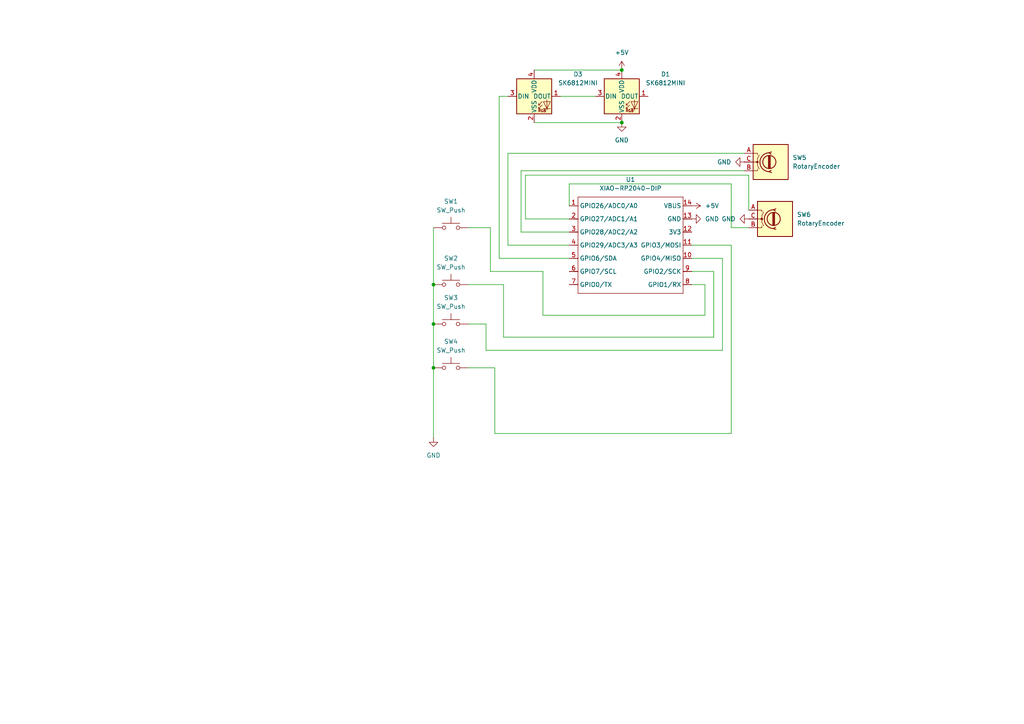
<source format=kicad_sch>
(kicad_sch (version 20250114) (generator "eeschema") (generator_version "9.0")
  (paper "A4")
  (lib_symbols
    (symbol "Device:RotaryEncoder" (pin_names (offset 0.254) (hide yes))
      (property "Reference" "SW" (at 0 6.604 0))
      (property "Value" "RotaryEncoder" (at 0 -6.604 0))
      (symbol "RotaryEncoder_0_1"
        (rectangle (start -5.08 5.08) (end 5.08 -5.08) (stroke (width 0.254)) (fill (type background)))
        (polyline (pts (xy -5.08 2.54) (xy -3.81 2.54) (xy -3.81 2.032)))
        (polyline (pts (xy -5.08 0) (xy -3.81 0) (xy -3.81 -1.016) (xy -3.302 -2.032)))
        (polyline (pts (xy -5.08 -2.54) (xy -3.81 -2.54) (xy -3.81 -2.032)))
        (polyline (pts (xy -4.318 0) (xy -3.81 0) (xy -3.81 1.016) (xy -3.302 2.032)))
        (circle (center -3.81 0) (radius 0.254) (fill (type outline)))
        (polyline (pts (xy -0.635 -1.778) (xy -0.635 1.778)) (stroke (width 0.254)))
        (circle (center -0.381 0) (radius 1.905) (stroke (width 0.254)))
        (polyline (pts (xy -0.381 -1.778) (xy -0.381 1.778)) (stroke (width 0.254)))
        (arc (start -0.381 -2.794) (mid -3.0988 -0.0635) (end -0.381 2.667) (stroke (width 0.254)))
        (polyline (pts (xy -0.127 1.778) (xy -0.127 -1.778)) (stroke (width 0.254)))
        (polyline (pts (xy 0.254 2.921) (xy -0.508 2.667) (xy 0.127 2.286)) (stroke (width 0.254)))
        (polyline (pts (xy 0.254 -3.048) (xy -0.508 -2.794) (xy 0.127 -2.413)) (stroke (width 0.254)))
      )
      (symbol "RotaryEncoder_1_1"
        (pin passive line (at -7.62 2.54 0) (length 2.54) (name "A") (number "A"))
        (pin passive line (at -7.62 0 0) (length 2.54) (name "C") (number "C"))
        (pin passive line (at -7.62 -2.54 0) (length 2.54) (name "B") (number "B"))
      )
    )
    (symbol "LED:SK6812MINI" (pin_names (offset 0.254))
      (property "Reference" "D" (at 5.08 5.715 0))
      (property "Value" "SK6812MINI" (at 1.27 -5.715 0))
      (symbol "SK6812MINI_0_0"
        (text "RGB" (at 2.286 -4.191 0) (effects (font (size 0.762 0.762))))
      )
      (symbol "SK6812MINI_0_1"
        (polyline (pts (xy 1.27 -2.54) (xy 1.778 -2.54)))
        (polyline (pts (xy 1.27 -3.556) (xy 1.778 -3.556)))
        (polyline (pts (xy 2.286 -1.524) (xy 1.27 -2.54) (xy 1.27 -2.032)))
        (polyline (pts (xy 2.286 -2.54) (xy 1.27 -3.556) (xy 1.27 -3.048)))
        (polyline (pts (xy 3.683 -1.016) (xy 3.683 -3.556) (xy 3.683 -4.064)))
        (polyline (pts (xy 4.699 -1.524) (xy 2.667 -1.524) (xy 3.683 -3.556) (xy 4.699 -1.524)))
        (polyline (pts (xy 4.699 -3.556) (xy 2.667 -3.556)))
        (rectangle (start 5.08 5.08) (end -5.08 -5.08) (stroke (width 0.254)) (fill (type background)))
      )
      (symbol "SK6812MINI_1_1"
        (pin input line (at -7.62 0 0) (length 2.54) (name "DIN") (number "3"))
        (pin power_in line (at 0 7.62 270) (length 2.54) (name "VDD") (number "4"))
        (pin power_in line (at 0 -7.62 90) (length 2.54) (name "VSS") (number "2"))
        (pin output line (at 7.62 0 180) (length 2.54) (name "DOUT") (number "1"))
      )
    )
    (symbol "Switch:SW_Push" (pin_numbers (hide yes)) (pin_names (offset 1.016) (hide yes))
      (property "Reference" "SW" (at 1.27 2.54 0))
      (property "Value" "SW_Push" (at 0 -1.524 0))
      (symbol "SW_Push_0_1"
        (circle (center -2.032 0) (radius 0.508))
        (polyline (pts (xy 0 1.27) (xy 0 3.048)))
        (circle (center 2.032 0) (radius 0.508))
        (polyline (pts (xy 2.54 1.27) (xy -2.54 1.27)))
        (pin passive line (at -5.08 0 0) (length 2.54) (name "1") (number "1"))
        (pin passive line (at 5.08 0 180) (length 2.54) (name "2") (number "2"))
      )
    )
    (symbol "opl kicad:XIAO-RP2040-DIP"
      (property "Reference" "U" (at 0 0 0))
      (property "Value" "XIAO-RP2040-DIP" (at 5.334 -1.778 0))
      (symbol "XIAO-RP2040-DIP_1_0"
        (polyline (pts (xy -1.27 -2.54) (xy 29.21 -2.54)) (stroke (width 0.1524)))
        (polyline (pts (xy -1.27 -5.08) (xy -2.54 -5.08)) (stroke (width 0.1524)))
        (polyline (pts (xy -1.27 -5.08) (xy -1.27 -2.54)) (stroke (width 0.1524)))
        (polyline (pts (xy -1.27 -8.89) (xy -2.54 -8.89)) (stroke (width 0.1524)))
        (polyline (pts (xy -1.27 -8.89) (xy -1.27 -5.08)) (stroke (width 0.1524)))
        (polyline (pts (xy -1.27 -12.7) (xy -2.54 -12.7)) (stroke (width 0.1524)))
        (polyline (pts (xy -1.27 -12.7) (xy -1.27 -8.89)) (stroke (width 0.1524)))
        (polyline (pts (xy -1.27 -16.51) (xy -2.54 -16.51)) (stroke (width 0.1524)))
        (polyline (pts (xy -1.27 -16.51) (xy -1.27 -12.7)) (stroke (width 0.1524)))
        (polyline (pts (xy -1.27 -20.32) (xy -2.54 -20.32)) (stroke (width 0.1524)))
        (polyline (pts (xy -1.27 -24.13) (xy -2.54 -24.13)) (stroke (width 0.1524)))
        (polyline (pts (xy -1.27 -27.94) (xy -2.54 -27.94)) (stroke (width 0.1524)))
        (polyline (pts (xy -1.27 -30.48) (xy -1.27 -16.51)) (stroke (width 0.1524)))
        (polyline (pts (xy 29.21 -2.54) (xy 29.21 -5.08)) (stroke (width 0.1524)))
        (polyline (pts (xy 29.21 -5.08) (xy 29.21 -8.89)) (stroke (width 0.1524)))
        (polyline (pts (xy 29.21 -8.89) (xy 29.21 -12.7)) (stroke (width 0.1524)))
        (polyline (pts (xy 29.21 -12.7) (xy 29.21 -30.48)) (stroke (width 0.1524)))
        (polyline (pts (xy 29.21 -30.48) (xy -1.27 -30.48)) (stroke (width 0.1524)))
        (polyline (pts (xy 30.48 -5.08) (xy 29.21 -5.08)) (stroke (width 0.1524)))
        (polyline (pts (xy 30.48 -8.89) (xy 29.21 -8.89)) (stroke (width 0.1524)))
        (polyline (pts (xy 30.48 -12.7) (xy 29.21 -12.7)) (stroke (width 0.1524)))
        (polyline (pts (xy 30.48 -16.51) (xy 29.21 -16.51)) (stroke (width 0.1524)))
        (polyline (pts (xy 30.48 -20.32) (xy 29.21 -20.32)) (stroke (width 0.1524)))
        (polyline (pts (xy 30.48 -24.13) (xy 29.21 -24.13)) (stroke (width 0.1524)))
        (polyline (pts (xy 30.48 -27.94) (xy 29.21 -27.94)) (stroke (width 0.1524)))
        (pin passive line (at -3.81 -5.08 0) (length 2.54) (name "GPIO26/ADC0/A0") (number "1"))
        (pin passive line (at -3.81 -8.89 0) (length 2.54) (name "GPIO27/ADC1/A1") (number "2"))
        (pin passive line (at -3.81 -12.7 0) (length 2.54) (name "GPIO28/ADC2/A2") (number "3"))
        (pin passive line (at -3.81 -16.51 0) (length 2.54) (name "GPIO29/ADC3/A3") (number "4"))
        (pin passive line (at -3.81 -20.32 0) (length 2.54) (name "GPIO6/SDA") (number "5"))
        (pin passive line (at -3.81 -24.13 0) (length 2.54) (name "GPIO7/SCL") (number "6"))
        (pin passive line (at -3.81 -27.94 0) (length 2.54) (name "GPIO0/TX") (number "7"))
        (pin passive line (at 31.75 -5.08 180) (length 2.54) (name "VBUS") (number "14"))
        (pin passive line (at 31.75 -8.89 180) (length 2.54) (name "GND") (number "13"))
        (pin passive line (at 31.75 -12.7 180) (length 2.54) (name "3V3") (number "12"))
        (pin passive line (at 31.75 -16.51 180) (length 2.54) (name "GPIO3/MOSI") (number "11"))
        (pin passive line (at 31.75 -20.32 180) (length 2.54) (name "GPIO4/MISO") (number "10"))
        (pin passive line (at 31.75 -24.13 180) (length 2.54) (name "GPIO2/SCK") (number "9"))
        (pin passive line (at 31.75 -27.94 180) (length 2.54) (name "GPIO1/RX") (number "8"))
      )
    )
    (symbol "power:+5V" (power) (pin_numbers (hide yes)) (pin_names (offset 0) (hide yes))
      (property "Value" "+5V" (at 0 3.556 0))
      (symbol "+5V_0_1"
        (polyline (pts (xy -0.762 1.27) (xy 0 2.54)))
        (polyline (pts (xy 0 2.54) (xy 0.762 1.27)))
        (polyline (pts (xy 0 0) (xy 0 2.54)))
      )
      (symbol "+5V_1_1"
        (pin power_in line (at 0 0 90) (length 0) (name "~") (number "1"))
      )
    )
    (symbol "power:GND" (power) (pin_numbers (hide yes)) (pin_names (offset 0) (hide yes))
      (property "Value" "GND" (at 0 -3.81 0))
      (symbol "GND_0_1"
        (polyline (pts (xy 0 0) (xy 0 -1.27) (xy 1.27 -1.27) (xy 0 -2.54) (xy -1.27 -1.27) (xy 0 -1.27)))
      )
      (symbol "GND_1_1"
        (pin power_in line (at 0 0 270) (length 0) (name "~") (number "1"))
      )
    )
  )
  (junction (at 125.73 82.55))
  (junction (at 180.34 20.32))
  (junction (at 125.73 93.98))
  (junction (at 180.34 35.56))
  (junction (at 125.73 106.68))
  (wire (pts (xy 200.66 71.12) (xy 212.09 71.12)))
  (wire (pts (xy 125.73 106.68) (xy 125.73 127)))
  (wire (pts (xy 140.97 93.98) (xy 140.97 101.6)))
  (wire (pts (xy 165.1 53.34) (xy 165.1 59.69)))
  (wire (pts (xy 151.13 67.31) (xy 165.1 67.31)))
  (wire (pts (xy 135.89 93.98) (xy 140.97 93.98)))
  (wire (pts (xy 215.9 44.45) (xy 147.32 44.45)))
  (wire (pts (xy 217.17 66.04) (xy 212.09 66.04)))
  (wire (pts (xy 144.78 74.93) (xy 165.1 74.93)))
  (wire (pts (xy 143.51 106.68) (xy 135.89 106.68)))
  (wire (pts (xy 154.94 35.56) (xy 180.34 35.56)))
  (wire (pts (xy 135.89 82.55) (xy 146.05 82.55)))
  (wire (pts (xy 217.17 50.8) (xy 152.4 50.8)))
  (wire (pts (xy 151.13 49.53) (xy 151.13 67.31)))
  (wire (pts (xy 209.55 74.93) (xy 200.66 74.93)))
  (wire (pts (xy 125.73 82.55) (xy 125.73 93.98)))
  (wire (pts (xy 162.56 27.94) (xy 172.72 27.94)))
  (wire (pts (xy 157.48 91.44) (xy 204.47 91.44)))
  (wire (pts (xy 212.09 71.12) (xy 212.09 125.73)))
  (wire (pts (xy 125.73 93.98) (xy 125.73 106.68)))
  (wire (pts (xy 146.05 97.79) (xy 207.01 97.79)))
  (wire (pts (xy 143.51 125.73) (xy 143.51 106.68)))
  (wire (pts (xy 142.24 78.74) (xy 157.48 78.74)))
  (wire (pts (xy 204.47 82.55) (xy 200.66 82.55)))
  (wire (pts (xy 140.97 101.6) (xy 209.55 101.6)))
  (wire (pts (xy 157.48 78.74) (xy 157.48 91.44)))
  (wire (pts (xy 147.32 27.94) (xy 144.78 27.94)))
  (wire (pts (xy 212.09 66.04) (xy 212.09 53.34)))
  (wire (pts (xy 154.94 20.32) (xy 180.34 20.32)))
  (wire (pts (xy 146.05 82.55) (xy 146.05 97.79)))
  (wire (pts (xy 209.55 101.6) (xy 209.55 74.93)))
  (wire (pts (xy 152.4 50.8) (xy 152.4 63.5)))
  (wire (pts (xy 217.17 60.96) (xy 217.17 50.8)))
  (wire (pts (xy 204.47 91.44) (xy 204.47 82.55)))
  (wire (pts (xy 147.32 71.12) (xy 165.1 71.12)))
  (wire (pts (xy 125.73 66.04) (xy 125.73 82.55)))
  (wire (pts (xy 212.09 53.34) (xy 165.1 53.34)))
  (wire (pts (xy 212.09 125.73) (xy 143.51 125.73)))
  (wire (pts (xy 207.01 97.79) (xy 207.01 78.74)))
  (wire (pts (xy 152.4 63.5) (xy 165.1 63.5)))
  (wire (pts (xy 144.78 27.94) (xy 144.78 74.93)))
  (wire (pts (xy 142.24 78.74) (xy 142.24 66.04)))
  (wire (pts (xy 142.24 66.04) (xy 135.89 66.04)))
  (wire (pts (xy 147.32 44.45) (xy 147.32 71.12)))
  (wire (pts (xy 215.9 49.53) (xy 151.13 49.53)))
  (wire (pts (xy 200.66 78.74) (xy 207.01 78.74)))
  (symbol (lib_id "Switch:SW_Push") (at 130.81 82.55 0) (unit 1)
    (property "Reference" "SW2" (at 130.81 74.93 0))
    (property "Value" "SW_Push" (at 130.81 77.47 0))
    (property "Footprint" "Button_Switch_Keyboard:SW_Cherry_MX_1.00u_PCB" (effects (hide yes)))
    (property "Description" "Push button switch, generic, two pins" (effects (hide yes)))
  )
  (symbol (lib_id "Switch:SW_Push") (at 130.81 93.98 0) (unit 1)
    (property "Reference" "SW3" (at 130.81 86.36 0))
    (property "Value" "SW_Push" (at 130.81 88.9 0))
    (property "Footprint" "Button_Switch_Keyboard:SW_Cherry_MX_1.00u_PCB" (effects (hide yes)))
    (property "Description" "Push button switch, generic, two pins" (effects (hide yes)))
  )
  (symbol (lib_id "opl kicad:XIAO-RP2040-DIP") (at 168.91 54.61 0) (unit 1)
    (property "Reference" "U1" (at 182.88 52.07 0))
    (property "Value" "XIAO-RP2040-DIP" (at 182.88 54.61 0))
    (property "Footprint" "opl kicad 2:XIAO-RP2040-DIP" (effects (hide yes)))
  )
  (symbol (lib_id "LED:SK6812MINI") (at 154.94 27.94 0) (unit 1)
    (property "Reference" "D3" (at 167.64 21.5198 0))
    (property "Value" "SK6812MINI" (at 167.64 24.0598 0))
    (property "Footprint" "LED_SMD:LED_SK6812MINI_PLCC4_3.5x3.5mm_P1.75mm" (effects (hide yes)))
    (property "Datasheet" "https://cdn-shop.adafruit.com/product-files/2686/SK6812MINI_REV.01-1-2.pdf" (effects (hide yes)))
    (property "Description" "RGB LED with integrated controller" (effects (hide yes)))
  )
  (symbol (lib_id "power:GND") (at 215.9 46.99 270) (unit 1)
    (property "Reference" "#PWR07" (effects (hide yes)))
    (property "Value" "GND" (at 212.09 46.9899 90) (effects (justify right)))
    (property "Description" "Power symbol creates a global label with name \"GND\" , ground" (effects (hide yes)))
  )
  (symbol (lib_id "power:GND") (at 180.34 35.56 0) (unit 1)
    (property "Reference" "#PWR02" (effects (hide yes)))
    (property "Value" "GND" (at 180.34 40.64 0))
    (property "Description" "Power symbol creates a global label with name \"GND\" , ground" (effects (hide yes)))
  )
  (symbol (lib_id "power:GND") (at 125.73 127 0) (unit 1)
    (property "Reference" "#PWR01" (effects (hide yes)))
    (property "Value" "GND" (at 125.73 132.08 0))
    (property "Description" "Power symbol creates a global label with name \"GND\" , ground" (effects (hide yes)))
  )
  (symbol (lib_id "LED:SK6812MINI") (at 180.34 27.94 0) (unit 1)
    (property "Reference" "D1" (at 193.04 21.5198 0))
    (property "Value" "SK6812MINI" (at 193.04 24.0598 0))
    (property "Footprint" "LED_SMD:LED_SK6812MINI_PLCC4_3.5x3.5mm_P1.75mm" (effects (hide yes)))
    (property "Datasheet" "https://cdn-shop.adafruit.com/product-files/2686/SK6812MINI_REV.01-1-2.pdf" (effects (hide yes)))
    (property "Description" "RGB LED with integrated controller" (effects (hide yes)))
  )
  (symbol (lib_id "power:+5V") (at 180.34 20.32 0) (unit 1)
    (property "Reference" "#PWR04" (effects (hide yes)))
    (property "Value" "+5V" (at 180.34 15.24 0))
    (property "Description" "Power symbol creates a global label with name \"+5V\"" (effects (hide yes)))
  )
  (symbol (lib_id "Device:RotaryEncoder") (at 223.52 46.99 0) (unit 1)
    (property "Reference" "SW5" (at 229.87 45.7199 0) (effects (justify left)))
    (property "Value" "RotaryEncoder" (at 229.87 48.2599 0) (effects (justify left)))
    (property "Footprint" "Rotary_Encoder:RotaryEncoder_Alps_EC11E-Switch_Vertical_H20mm" (effects (hide yes)))
    (property "Description" "Rotary encoder, dual channel, incremental quadrate outputs" (effects (hide yes)))
  )
  (symbol (lib_id "power:GND") (at 217.17 63.5 270) (unit 1)
    (property "Reference" "#PWR06" (effects (hide yes)))
    (property "Value" "GND" (at 213.36 63.4999 90) (effects (justify right)))
    (property "Description" "Power symbol creates a global label with name \"GND\" , ground" (effects (hide yes)))
  )
  (symbol (lib_id "Device:RotaryEncoder") (at 224.79 63.5 0) (unit 1)
    (property "Reference" "SW6" (at 231.14 62.2299 0) (effects (justify left)))
    (property "Value" "RotaryEncoder" (at 231.14 64.7699 0) (effects (justify left)))
    (property "Footprint" "Rotary_Encoder:RotaryEncoder_Alps_EC11E-Switch_Vertical_H20mm" (effects (hide yes)))
    (property "Description" "Rotary encoder, dual channel, incremental quadrate outputs" (effects (hide yes)))
  )
  (symbol (lib_id "power:GND") (at 200.66 63.5 90) (unit 1)
    (property "Reference" "#PWR03" (effects (hide yes)))
    (property "Value" "GND" (at 204.47 63.4999 90) (effects (justify right)))
    (property "Description" "Power symbol creates a global label with name \"GND\" , ground" (effects (hide yes)))
  )
  (symbol (lib_id "power:+5V") (at 200.66 59.69 270) (unit 1)
    (property "Reference" "#PWR05" (effects (hide yes)))
    (property "Value" "+5V" (at 204.47 59.6899 90) (effects (justify left)))
    (property "Description" "Power symbol creates a global label with name \"+5V\"" (effects (hide yes)))
  )
  (symbol (lib_id "Switch:SW_Push") (at 130.81 66.04 0) (unit 1)
    (property "Reference" "SW1" (at 130.81 58.42 0))
    (property "Value" "SW_Push" (at 130.81 60.96 0))
    (property "Footprint" "Button_Switch_Keyboard:SW_Cherry_MX_1.00u_PCB" (effects (hide yes)))
    (property "Description" "Push button switch, generic, two pins" (effects (hide yes)))
  )
  (symbol (lib_id "Switch:SW_Push") (at 130.81 106.68 0) (unit 1)
    (property "Reference" "SW4" (at 130.81 99.06 0))
    (property "Value" "SW_Push" (at 130.81 101.6 0))
    (property "Footprint" "Button_Switch_Keyboard:SW_Cherry_MX_1.00u_PCB" (effects (hide yes)))
    (property "Description" "Push button switch, generic, two pins" (effects (hide yes)))
  )
)
</source>
